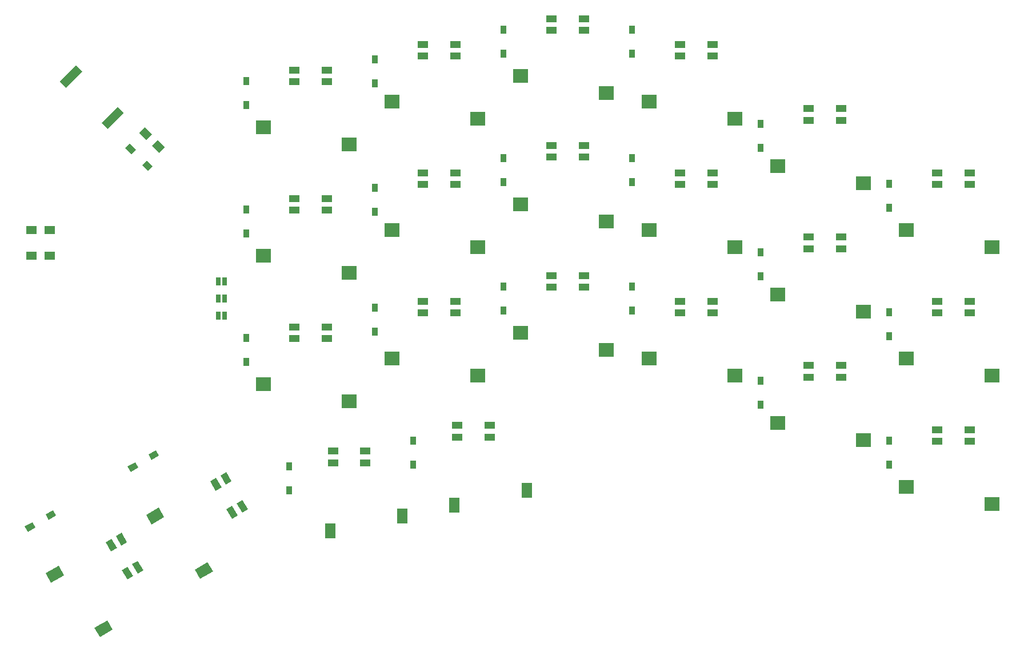
<source format=gtp>
G04 #@! TF.GenerationSoftware,KiCad,Pcbnew,5.0.2-bee76a0~70~ubuntu18.04.1*
G04 #@! TF.CreationDate,2019-06-13T02:51:26+09:00*
G04 #@! TF.ProjectId,fireflower44,66697265-666c-46f7-9765-7234342e6b69,rev?*
G04 #@! TF.SameCoordinates,Original*
G04 #@! TF.FileFunction,Paste,Top*
G04 #@! TF.FilePolarity,Positive*
%FSLAX46Y46*%
G04 Gerber Fmt 4.6, Leading zero omitted, Abs format (unit mm)*
G04 Created by KiCad (PCBNEW 5.0.2-bee76a0~70~ubuntu18.04.1) date 2019年06月13日 02時51分26秒*
%MOMM*%
%LPD*%
G01*
G04 APERTURE LIST*
%ADD10R,1.600000X2.200000*%
%ADD11R,1.600000X1.000000*%
%ADD12R,0.635000X1.143000*%
%ADD13R,1.500000X1.200000*%
%ADD14C,1.200000*%
%ADD15C,0.100000*%
%ADD16R,2.300000X2.000000*%
%ADD17C,1.600000*%
%ADD18C,1.000000*%
%ADD19C,1.300000*%
%ADD20R,0.950000X1.300000*%
%ADD21C,0.950000*%
G04 APERTURE END LIST*
D10*
G04 #@! TO.C,SW22*
X138710000Y-94505000D03*
X128010000Y-96705000D03*
G04 #@! TD*
D11*
G04 #@! TO.C,L16*
X128410000Y-84850000D03*
X128410000Y-86600000D03*
X133210000Y-84850000D03*
X133210000Y-86600000D03*
G04 #@! TD*
D12*
G04 #@! TO.C,JP2*
X93979980Y-63500000D03*
X92979220Y-63500000D03*
G04 #@! TD*
D13*
G04 #@! TO.C,R1*
X68025000Y-55880000D03*
X65325000Y-55880000D03*
G04 #@! TD*
G04 #@! TO.C,R2*
X68025000Y-59690000D03*
X65325000Y-59690000D03*
G04 #@! TD*
D14*
G04 #@! TO.C,R3*
X84139594Y-43499594D03*
D15*
G36*
X85094188Y-43605660D02*
X84245660Y-44454188D01*
X83185000Y-43393528D01*
X84033528Y-42545000D01*
X85094188Y-43605660D01*
X85094188Y-43605660D01*
G37*
D14*
X82230406Y-41590406D03*
D15*
G36*
X83185000Y-41696472D02*
X82336472Y-42545000D01*
X81275812Y-41484340D01*
X82124340Y-40635812D01*
X83185000Y-41696472D01*
X83185000Y-41696472D01*
G37*
G04 #@! TD*
D16*
G04 #@! TO.C,SW1*
X99680000Y-40680000D03*
X112380000Y-43220000D03*
G04 #@! TD*
G04 #@! TO.C,SW2*
X118730000Y-36870000D03*
X131430000Y-39410000D03*
G04 #@! TD*
G04 #@! TO.C,SW3*
X137780000Y-33060000D03*
X150480000Y-35600000D03*
G04 #@! TD*
G04 #@! TO.C,SW4*
X156830000Y-36870000D03*
X169530000Y-39410000D03*
G04 #@! TD*
G04 #@! TO.C,SW5*
X175880000Y-46395000D03*
X188580000Y-48935000D03*
G04 #@! TD*
G04 #@! TO.C,SW6*
X194930000Y-55920000D03*
X207630000Y-58460000D03*
G04 #@! TD*
G04 #@! TO.C,SW7*
X99680000Y-59730000D03*
X112380000Y-62270000D03*
G04 #@! TD*
G04 #@! TO.C,SW8*
X118730000Y-55920000D03*
X131430000Y-58460000D03*
G04 #@! TD*
G04 #@! TO.C,SW9*
X137780000Y-52110000D03*
X150480000Y-54650000D03*
G04 #@! TD*
G04 #@! TO.C,SW10*
X156830000Y-55920000D03*
X169530000Y-58460000D03*
G04 #@! TD*
G04 #@! TO.C,SW11*
X175880000Y-65445000D03*
X188580000Y-67985000D03*
G04 #@! TD*
G04 #@! TO.C,SW12*
X194930000Y-74970000D03*
X207630000Y-77510000D03*
G04 #@! TD*
G04 #@! TO.C,SW13*
X99680000Y-78780000D03*
X112380000Y-81320000D03*
G04 #@! TD*
G04 #@! TO.C,SW14*
X118730000Y-74970000D03*
X131430000Y-77510000D03*
G04 #@! TD*
G04 #@! TO.C,SW15*
X137780000Y-71160000D03*
X150480000Y-73700000D03*
G04 #@! TD*
G04 #@! TO.C,SW16*
X156830000Y-74970000D03*
X169530000Y-77510000D03*
G04 #@! TD*
G04 #@! TO.C,SW17*
X175880000Y-84495000D03*
X188580000Y-87035000D03*
G04 #@! TD*
G04 #@! TO.C,SW18*
X194930000Y-94020000D03*
X207630000Y-96560000D03*
G04 #@! TD*
D10*
G04 #@! TO.C,SW21*
X120295000Y-98315000D03*
X109595000Y-100515000D03*
G04 #@! TD*
D17*
G04 #@! TO.C,SW19*
X68801450Y-106951129D03*
D15*
G36*
X70154078Y-107093949D02*
X68248822Y-108193949D01*
X67448822Y-106808309D01*
X69354078Y-105708309D01*
X70154078Y-107093949D01*
X70154078Y-107093949D01*
G37*
D17*
X76006706Y-115030998D03*
D15*
G36*
X77359334Y-115173818D02*
X75454078Y-116273818D01*
X74654078Y-114888178D01*
X76559334Y-113788178D01*
X77359334Y-115173818D01*
X77359334Y-115173818D01*
G37*
G04 #@! TD*
D17*
G04 #@! TO.C,SW20*
X83660450Y-98315129D03*
D15*
G36*
X85013078Y-98457949D02*
X83107822Y-99557949D01*
X82307822Y-98172309D01*
X84213078Y-97072309D01*
X85013078Y-98457949D01*
X85013078Y-98457949D01*
G37*
D17*
X90865706Y-106394998D03*
D15*
G36*
X92218334Y-106537818D02*
X90313078Y-107637818D01*
X89513078Y-106252178D01*
X91418334Y-105152178D01*
X92218334Y-106537818D01*
X92218334Y-106537818D01*
G37*
G04 #@! TD*
D11*
G04 #@! TO.C,L1*
X142380000Y-24525000D03*
X142380000Y-26275000D03*
X147180000Y-24525000D03*
X147180000Y-26275000D03*
G04 #@! TD*
G04 #@! TO.C,L2*
X123330000Y-28335000D03*
X123330000Y-30085000D03*
X128130000Y-28335000D03*
X128130000Y-30085000D03*
G04 #@! TD*
G04 #@! TO.C,L3*
X104280000Y-32145000D03*
X104280000Y-33895000D03*
X109080000Y-32145000D03*
X109080000Y-33895000D03*
G04 #@! TD*
G04 #@! TO.C,L4*
X104280000Y-51195000D03*
X104280000Y-52945000D03*
X109080000Y-51195000D03*
X109080000Y-52945000D03*
G04 #@! TD*
G04 #@! TO.C,L5*
X123330000Y-47385000D03*
X123330000Y-49135000D03*
X128130000Y-47385000D03*
X128130000Y-49135000D03*
G04 #@! TD*
G04 #@! TO.C,L6*
X142380000Y-43321000D03*
X142380000Y-45071000D03*
X147180000Y-43321000D03*
X147180000Y-45071000D03*
G04 #@! TD*
G04 #@! TO.C,L7*
X161430000Y-28335000D03*
X161430000Y-30085000D03*
X166230000Y-28335000D03*
X166230000Y-30085000D03*
G04 #@! TD*
G04 #@! TO.C,L8*
X180480000Y-37860000D03*
X180480000Y-39610000D03*
X185280000Y-37860000D03*
X185280000Y-39610000D03*
G04 #@! TD*
G04 #@! TO.C,L9*
X161430000Y-47385000D03*
X161430000Y-49135000D03*
X166230000Y-47385000D03*
X166230000Y-49135000D03*
G04 #@! TD*
G04 #@! TO.C,L10*
X142380000Y-62625000D03*
X142380000Y-64375000D03*
X147180000Y-62625000D03*
X147180000Y-64375000D03*
G04 #@! TD*
G04 #@! TO.C,L11*
X123330000Y-66435000D03*
X123330000Y-68185000D03*
X128130000Y-66435000D03*
X128130000Y-68185000D03*
G04 #@! TD*
G04 #@! TO.C,L12*
X104280000Y-70245000D03*
X104280000Y-71995000D03*
X109080000Y-70245000D03*
X109080000Y-71995000D03*
G04 #@! TD*
D18*
G04 #@! TO.C,L13*
X78678772Y-101751039D03*
D15*
G36*
X77845759Y-101308219D02*
X78711785Y-100808219D01*
X79511785Y-102193859D01*
X78645759Y-102693859D01*
X77845759Y-101308219D01*
X77845759Y-101308219D01*
G37*
D18*
X77163228Y-102626039D03*
D15*
G36*
X76330215Y-102183219D02*
X77196241Y-101683219D01*
X77996241Y-103068859D01*
X77130215Y-103568859D01*
X76330215Y-102183219D01*
X76330215Y-102183219D01*
G37*
D18*
X81078772Y-105907961D03*
D15*
G36*
X80245759Y-105465141D02*
X81111785Y-104965141D01*
X81911785Y-106350781D01*
X81045759Y-106850781D01*
X80245759Y-105465141D01*
X80245759Y-105465141D01*
G37*
D18*
X79563228Y-106782961D03*
D15*
G36*
X78730215Y-106340141D02*
X79596241Y-105840141D01*
X80396241Y-107225781D01*
X79530215Y-107725781D01*
X78730215Y-106340141D01*
X78730215Y-106340141D01*
G37*
G04 #@! TD*
D18*
G04 #@! TO.C,L14*
X94172772Y-92734039D03*
D15*
G36*
X93339759Y-92291219D02*
X94205785Y-91791219D01*
X95005785Y-93176859D01*
X94139759Y-93676859D01*
X93339759Y-92291219D01*
X93339759Y-92291219D01*
G37*
D18*
X92657228Y-93609039D03*
D15*
G36*
X91824215Y-93166219D02*
X92690241Y-92666219D01*
X93490241Y-94051859D01*
X92624215Y-94551859D01*
X91824215Y-93166219D01*
X91824215Y-93166219D01*
G37*
D18*
X96572772Y-96890961D03*
D15*
G36*
X95739759Y-96448141D02*
X96605785Y-95948141D01*
X97405785Y-97333781D01*
X96539759Y-97833781D01*
X95739759Y-96448141D01*
X95739759Y-96448141D01*
G37*
D18*
X95057228Y-97765961D03*
D15*
G36*
X94224215Y-97323141D02*
X95090241Y-96823141D01*
X95890241Y-98208781D01*
X95024215Y-98708781D01*
X94224215Y-97323141D01*
X94224215Y-97323141D01*
G37*
G04 #@! TD*
D11*
G04 #@! TO.C,L15*
X109995000Y-88660000D03*
X109995000Y-90410000D03*
X114795000Y-88660000D03*
X114795000Y-90410000D03*
G04 #@! TD*
G04 #@! TO.C,L17*
X161430000Y-66435000D03*
X161430000Y-68185000D03*
X166230000Y-66435000D03*
X166230000Y-68185000D03*
G04 #@! TD*
G04 #@! TO.C,L18*
X180480000Y-56910000D03*
X180480000Y-58660000D03*
X185280000Y-56910000D03*
X185280000Y-58660000D03*
G04 #@! TD*
G04 #@! TO.C,L19*
X199530000Y-47385000D03*
X199530000Y-49135000D03*
X204330000Y-47385000D03*
X204330000Y-49135000D03*
G04 #@! TD*
G04 #@! TO.C,L20*
X199530000Y-66435000D03*
X199530000Y-68185000D03*
X204330000Y-66435000D03*
X204330000Y-68185000D03*
G04 #@! TD*
G04 #@! TO.C,L21*
X180480000Y-75960000D03*
X180480000Y-77710000D03*
X185280000Y-75960000D03*
X185280000Y-77710000D03*
G04 #@! TD*
G04 #@! TO.C,L22*
X199530000Y-85485000D03*
X199530000Y-87235000D03*
X204330000Y-85485000D03*
X204330000Y-87235000D03*
G04 #@! TD*
D12*
G04 #@! TO.C,JP1*
X92979220Y-68580000D03*
X93979980Y-68580000D03*
G04 #@! TD*
G04 #@! TO.C,JP3*
X92979220Y-66040000D03*
X93979980Y-66040000D03*
G04 #@! TD*
D19*
G04 #@! TO.C,LS1*
X71219086Y-33119086D03*
D15*
G36*
X72880787Y-32376624D02*
X70476624Y-34780787D01*
X69557385Y-33861548D01*
X71961548Y-31457385D01*
X72880787Y-32376624D01*
X72880787Y-32376624D01*
G37*
D19*
X77370914Y-39270914D03*
D15*
G36*
X79032615Y-38528452D02*
X76628452Y-40932615D01*
X75709213Y-40013376D01*
X78113376Y-37609213D01*
X79032615Y-38528452D01*
X79032615Y-38528452D01*
G37*
G04 #@! TD*
D20*
G04 #@! TO.C,D1*
X97155000Y-33785000D03*
X97155000Y-37335000D03*
G04 #@! TD*
G04 #@! TO.C,D2*
X116205000Y-30610000D03*
X116205000Y-34160000D03*
G04 #@! TD*
G04 #@! TO.C,D3*
X135255000Y-29715000D03*
X135255000Y-26165000D03*
G04 #@! TD*
G04 #@! TO.C,D4*
X154305000Y-29715000D03*
X154305000Y-26165000D03*
G04 #@! TD*
G04 #@! TO.C,D5*
X173355000Y-40135000D03*
X173355000Y-43685000D03*
G04 #@! TD*
G04 #@! TO.C,D6*
X192405000Y-52575000D03*
X192405000Y-49025000D03*
G04 #@! TD*
G04 #@! TO.C,D7*
X97155000Y-56385000D03*
X97155000Y-52835000D03*
G04 #@! TD*
G04 #@! TO.C,D8*
X116205000Y-49660000D03*
X116205000Y-53210000D03*
G04 #@! TD*
G04 #@! TO.C,D9*
X135255000Y-48765000D03*
X135255000Y-45215000D03*
G04 #@! TD*
G04 #@! TO.C,D10*
X154305000Y-48765000D03*
X154305000Y-45215000D03*
G04 #@! TD*
G04 #@! TO.C,D11*
X173355000Y-62735000D03*
X173355000Y-59185000D03*
G04 #@! TD*
G04 #@! TO.C,D12*
X192405000Y-71625000D03*
X192405000Y-68075000D03*
G04 #@! TD*
G04 #@! TO.C,D13*
X97155000Y-75435000D03*
X97155000Y-71885000D03*
G04 #@! TD*
G04 #@! TO.C,D14*
X116205000Y-70990000D03*
X116205000Y-67440000D03*
G04 #@! TD*
G04 #@! TO.C,D15*
X135255000Y-64265000D03*
X135255000Y-67815000D03*
G04 #@! TD*
G04 #@! TO.C,D16*
X154305000Y-64265000D03*
X154305000Y-67815000D03*
G04 #@! TD*
G04 #@! TO.C,D17*
X173355000Y-78235000D03*
X173355000Y-81785000D03*
G04 #@! TD*
G04 #@! TO.C,D18*
X192405000Y-87125000D03*
X192405000Y-90675000D03*
G04 #@! TD*
D21*
G04 #@! TO.C,D19*
X68212195Y-98172500D03*
D15*
G36*
X68537612Y-97436138D02*
X69012612Y-98258862D01*
X67886778Y-98908862D01*
X67411778Y-98086138D01*
X68537612Y-97436138D01*
X68537612Y-97436138D01*
G37*
D21*
X65137805Y-99947500D03*
D15*
G36*
X65463222Y-99211138D02*
X65938222Y-100033862D01*
X64812388Y-100683862D01*
X64337388Y-99861138D01*
X65463222Y-99211138D01*
X65463222Y-99211138D01*
G37*
G04 #@! TD*
D21*
G04 #@! TO.C,D20*
X83452195Y-89282500D03*
D15*
G36*
X83777612Y-88546138D02*
X84252612Y-89368862D01*
X83126778Y-90018862D01*
X82651778Y-89196138D01*
X83777612Y-88546138D01*
X83777612Y-88546138D01*
G37*
D21*
X80377805Y-91057500D03*
D15*
G36*
X80703222Y-90321138D02*
X81178222Y-91143862D01*
X80052388Y-91793862D01*
X79577388Y-90971138D01*
X80703222Y-90321138D01*
X80703222Y-90321138D01*
G37*
G04 #@! TD*
D20*
G04 #@! TO.C,D21*
X103505000Y-94485000D03*
X103505000Y-90935000D03*
G04 #@! TD*
G04 #@! TO.C,D22*
X121920000Y-87125000D03*
X121920000Y-90675000D03*
G04 #@! TD*
D21*
G04 #@! TO.C,D23*
X80009985Y-43814985D03*
D15*
G36*
X79214490Y-43691241D02*
X79886241Y-43019490D01*
X80805480Y-43938729D01*
X80133729Y-44610480D01*
X79214490Y-43691241D01*
X79214490Y-43691241D01*
G37*
D21*
X82520215Y-46325215D03*
D15*
G36*
X81724720Y-46201471D02*
X82396471Y-45529720D01*
X83315710Y-46448959D01*
X82643959Y-47120710D01*
X81724720Y-46201471D01*
X81724720Y-46201471D01*
G37*
G04 #@! TD*
M02*

</source>
